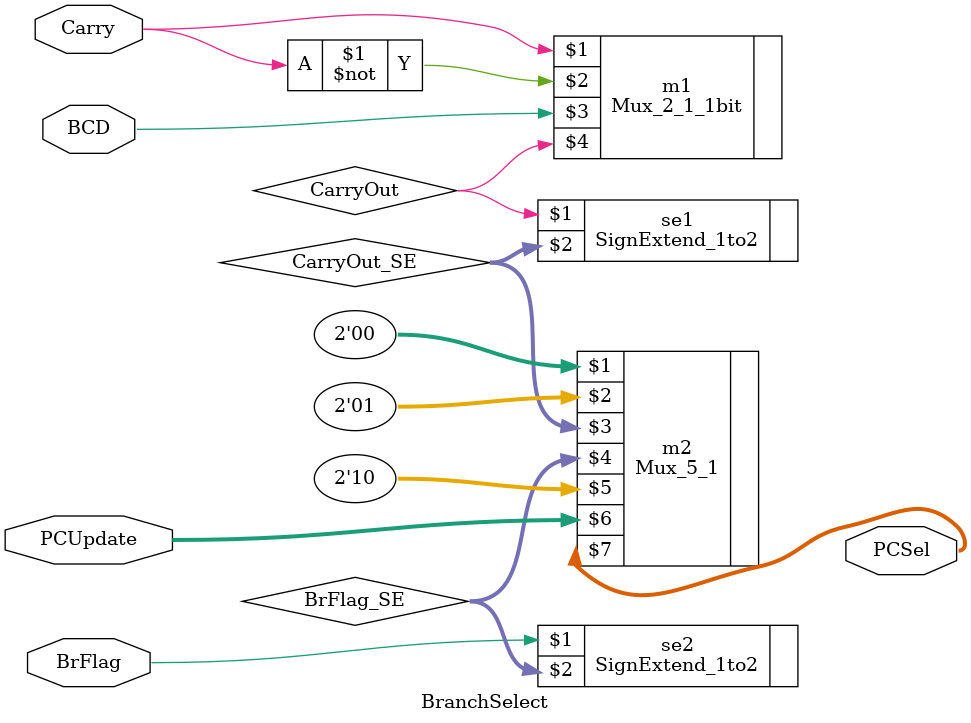
<source format=v>
`timescale 1ns / 1ps
module BranchSelect(
	input Carry,
	input BCD,
	input BrFlag,
	input [2:0] PCUpdate,
	output [1:0] PCSel
    );
	 
	 wire CarryOut;
	 wire [1:0] CarryOut_SE;
	 wire [1:0] BrFlag_SE;
	 
	 Mux_2_1_1bit m1(Carry,~Carry,BCD,CarryOut);
	 SignExtend_1to2 se1(CarryOut,CarryOut_SE);
	 SignExtend_1to2 se2(BrFlag,BrFlag_SE);
	 Mux_5_1 m2(2'b00,2'b01,CarryOut_SE,BrFlag_SE,2'b10,PCUpdate,PCSel);

endmodule

</source>
